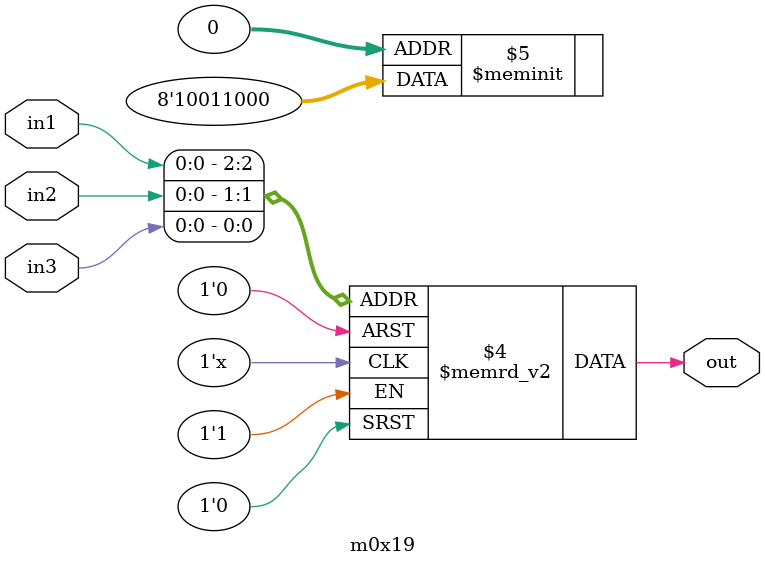
<source format=v>
module m0x19(output out, input in1, in2, in3);

   always @(in1, in2, in3)
     begin
        case({in1, in2, in3})
          3'b000: {out} = 1'b0;
          3'b001: {out} = 1'b0;
          3'b010: {out} = 1'b0;
          3'b011: {out} = 1'b1;
          3'b100: {out} = 1'b1;
          3'b101: {out} = 1'b0;
          3'b110: {out} = 1'b0;
          3'b111: {out} = 1'b1;
        endcase // case ({in1, in2, in3})
     end // always @ (in1, in2, in3)

endmodule // m0x19
</source>
